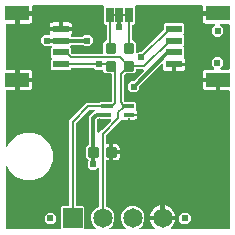
<source format=gbr>
G04 EAGLE Gerber RS-274X export*
G75*
%MOMM*%
%FSLAX34Y34*%
%LPD*%
%AMOC8*
5,1,8,0,0,1.08239X$1,22.5*%
G01*
%ADD10C,0.222250*%
%ADD11R,1.651000X1.651000*%
%ADD12C,1.651000*%
%ADD13R,1.350000X0.600000*%
%ADD14R,2.000000X1.200000*%
%ADD15R,0.635000X1.270000*%
%ADD16C,0.203200*%
%ADD17R,0.900000X0.350000*%
%ADD18R,1.000000X0.350000*%
%ADD19C,0.609600*%
%ADD20C,0.304800*%

G36*
X106209Y5215D02*
X106209Y5215D01*
X106261Y5214D01*
X106340Y5235D01*
X106421Y5248D01*
X106467Y5270D01*
X106517Y5284D01*
X106586Y5328D01*
X106660Y5363D01*
X106698Y5398D01*
X106741Y5426D01*
X106795Y5489D01*
X106854Y5545D01*
X106880Y5589D01*
X106913Y5629D01*
X106946Y5704D01*
X106986Y5775D01*
X106998Y5826D01*
X107018Y5873D01*
X107026Y5955D01*
X107044Y6035D01*
X107040Y6086D01*
X107045Y6138D01*
X107029Y6218D01*
X107023Y6300D01*
X107003Y6348D01*
X106993Y6398D01*
X106966Y6442D01*
X106924Y6547D01*
X106811Y6686D01*
X106786Y6724D01*
X104194Y9316D01*
X102666Y13004D01*
X102666Y16996D01*
X104194Y20684D01*
X107016Y23506D01*
X110704Y25034D01*
X114696Y25034D01*
X118384Y23506D01*
X121206Y20684D01*
X122734Y16996D01*
X122734Y13004D01*
X121206Y9316D01*
X118614Y6724D01*
X118583Y6683D01*
X118546Y6647D01*
X118505Y6576D01*
X118456Y6510D01*
X118439Y6461D01*
X118414Y6417D01*
X118396Y6337D01*
X118369Y6259D01*
X118367Y6207D01*
X118356Y6157D01*
X118362Y6075D01*
X118360Y5993D01*
X118373Y5944D01*
X118377Y5892D01*
X118408Y5816D01*
X118430Y5737D01*
X118457Y5693D01*
X118476Y5645D01*
X118528Y5582D01*
X118572Y5513D01*
X118611Y5479D01*
X118644Y5439D01*
X118712Y5394D01*
X118775Y5341D01*
X118822Y5320D01*
X118865Y5292D01*
X118916Y5280D01*
X119019Y5236D01*
X119198Y5218D01*
X119242Y5208D01*
X130480Y5208D01*
X130531Y5215D01*
X130583Y5214D01*
X130662Y5235D01*
X130743Y5248D01*
X130790Y5270D01*
X130839Y5284D01*
X130909Y5328D01*
X130983Y5363D01*
X131020Y5398D01*
X131064Y5426D01*
X131117Y5489D01*
X131177Y5545D01*
X131202Y5589D01*
X131236Y5629D01*
X131268Y5704D01*
X131309Y5775D01*
X131320Y5826D01*
X131340Y5873D01*
X131349Y5955D01*
X131367Y6035D01*
X131362Y6086D01*
X131368Y6138D01*
X131352Y6218D01*
X131345Y6300D01*
X131326Y6348D01*
X131316Y6398D01*
X131288Y6442D01*
X131246Y6547D01*
X131133Y6686D01*
X131108Y6724D01*
X129865Y7967D01*
X128867Y9342D01*
X128095Y10856D01*
X127570Y12472D01*
X127451Y13223D01*
X137211Y13223D01*
X137312Y13238D01*
X137415Y13246D01*
X137443Y13258D01*
X137474Y13263D01*
X137566Y13307D01*
X137661Y13345D01*
X137685Y13365D01*
X137713Y13378D01*
X137788Y13448D01*
X137868Y13513D01*
X137885Y13539D01*
X137907Y13560D01*
X137958Y13649D01*
X138015Y13734D01*
X138020Y13758D01*
X138039Y13790D01*
X138097Y14050D01*
X138094Y14088D01*
X138099Y14111D01*
X138099Y15001D01*
X138101Y15001D01*
X138101Y14111D01*
X138116Y14009D01*
X138125Y13907D01*
X138136Y13879D01*
X138141Y13848D01*
X138185Y13756D01*
X138224Y13660D01*
X138243Y13637D01*
X138256Y13609D01*
X138326Y13534D01*
X138391Y13454D01*
X138417Y13437D01*
X138438Y13415D01*
X138527Y13364D01*
X138612Y13307D01*
X138636Y13301D01*
X138669Y13283D01*
X138928Y13225D01*
X138966Y13228D01*
X138989Y13223D01*
X148749Y13223D01*
X148630Y12472D01*
X148105Y10856D01*
X147333Y9342D01*
X146335Y7967D01*
X145092Y6724D01*
X145061Y6683D01*
X145023Y6647D01*
X144982Y6576D01*
X144934Y6510D01*
X144917Y6461D01*
X144891Y6417D01*
X144873Y6337D01*
X144846Y6259D01*
X144845Y6207D01*
X144833Y6157D01*
X144840Y6075D01*
X144837Y5993D01*
X144851Y5944D01*
X144855Y5892D01*
X144886Y5816D01*
X144907Y5737D01*
X144935Y5693D01*
X144954Y5645D01*
X145006Y5582D01*
X145050Y5513D01*
X145089Y5479D01*
X145122Y5439D01*
X145190Y5394D01*
X145252Y5341D01*
X145300Y5320D01*
X145343Y5292D01*
X145393Y5280D01*
X145497Y5236D01*
X145675Y5218D01*
X145720Y5208D01*
X193904Y5208D01*
X194006Y5223D01*
X194108Y5231D01*
X194136Y5243D01*
X194167Y5248D01*
X194259Y5292D01*
X194355Y5330D01*
X194378Y5350D01*
X194406Y5363D01*
X194481Y5433D01*
X194561Y5498D01*
X194578Y5524D01*
X194600Y5545D01*
X194651Y5634D01*
X194708Y5719D01*
X194714Y5743D01*
X194732Y5775D01*
X194790Y6035D01*
X194787Y6073D01*
X194792Y6096D01*
X194792Y122571D01*
X194777Y122673D01*
X194769Y122775D01*
X194757Y122803D01*
X194752Y122834D01*
X194708Y122926D01*
X194670Y123022D01*
X194650Y123045D01*
X194637Y123073D01*
X194567Y123148D01*
X194502Y123228D01*
X194476Y123245D01*
X194455Y123267D01*
X194366Y123318D01*
X194281Y123375D01*
X194257Y123381D01*
X194225Y123399D01*
X193965Y123457D01*
X193927Y123454D01*
X193904Y123459D01*
X186527Y123459D01*
X186527Y131111D01*
X186512Y131212D01*
X186503Y131315D01*
X186492Y131343D01*
X186487Y131374D01*
X186443Y131466D01*
X186404Y131561D01*
X186385Y131585D01*
X186372Y131613D01*
X186302Y131688D01*
X186237Y131768D01*
X186211Y131785D01*
X186190Y131807D01*
X186101Y131858D01*
X186016Y131915D01*
X185992Y131920D01*
X185959Y131939D01*
X185700Y131997D01*
X185662Y131994D01*
X185639Y131999D01*
X184749Y131999D01*
X184749Y132889D01*
X184734Y132990D01*
X184725Y133093D01*
X184714Y133121D01*
X184709Y133152D01*
X184665Y133244D01*
X184626Y133339D01*
X184607Y133363D01*
X184594Y133391D01*
X184524Y133466D01*
X184459Y133546D01*
X184433Y133563D01*
X184412Y133585D01*
X184323Y133636D01*
X184238Y133693D01*
X184214Y133698D01*
X184181Y133717D01*
X183922Y133775D01*
X183884Y133772D01*
X183861Y133777D01*
X172209Y133777D01*
X172209Y138335D01*
X172382Y138981D01*
X172717Y139560D01*
X173190Y140033D01*
X173769Y140368D01*
X174415Y140541D01*
X180943Y140541D01*
X180994Y140548D01*
X181045Y140547D01*
X181125Y140568D01*
X181206Y140581D01*
X181252Y140603D01*
X181302Y140617D01*
X181371Y140661D01*
X181445Y140696D01*
X181483Y140731D01*
X181526Y140759D01*
X181579Y140822D01*
X181639Y140878D01*
X181665Y140922D01*
X181698Y140962D01*
X181731Y141037D01*
X181771Y141108D01*
X181782Y141159D01*
X181803Y141206D01*
X181811Y141288D01*
X181829Y141368D01*
X181825Y141419D01*
X181830Y141471D01*
X181814Y141551D01*
X181807Y141633D01*
X181788Y141681D01*
X181778Y141731D01*
X181750Y141775D01*
X181708Y141880D01*
X181595Y142019D01*
X181571Y142057D01*
X179577Y144051D01*
X179577Y148049D01*
X182405Y150877D01*
X186403Y150877D01*
X189231Y148049D01*
X189231Y144051D01*
X187237Y142057D01*
X187206Y142016D01*
X187169Y141980D01*
X187128Y141909D01*
X187079Y141843D01*
X187062Y141794D01*
X187037Y141750D01*
X187019Y141670D01*
X186992Y141592D01*
X186990Y141540D01*
X186979Y141490D01*
X186986Y141408D01*
X186983Y141326D01*
X186996Y141277D01*
X187001Y141225D01*
X187031Y141149D01*
X187053Y141070D01*
X187080Y141026D01*
X187100Y140978D01*
X187151Y140915D01*
X187195Y140846D01*
X187235Y140812D01*
X187267Y140772D01*
X187336Y140727D01*
X187398Y140674D01*
X187445Y140653D01*
X187488Y140625D01*
X187539Y140613D01*
X187642Y140569D01*
X187821Y140551D01*
X187865Y140541D01*
X193904Y140541D01*
X194006Y140556D01*
X194108Y140564D01*
X194136Y140576D01*
X194167Y140581D01*
X194259Y140625D01*
X194355Y140663D01*
X194378Y140683D01*
X194406Y140696D01*
X194481Y140766D01*
X194561Y140831D01*
X194578Y140857D01*
X194600Y140878D01*
X194651Y140967D01*
X194708Y141052D01*
X194714Y141076D01*
X194732Y141108D01*
X194790Y141368D01*
X194787Y141406D01*
X194792Y141429D01*
X194792Y178571D01*
X194777Y178673D01*
X194769Y178775D01*
X194757Y178803D01*
X194752Y178834D01*
X194708Y178926D01*
X194670Y179022D01*
X194650Y179045D01*
X194637Y179073D01*
X194567Y179148D01*
X194502Y179228D01*
X194476Y179245D01*
X194455Y179267D01*
X194366Y179318D01*
X194281Y179375D01*
X194257Y179381D01*
X194225Y179399D01*
X193965Y179457D01*
X193927Y179454D01*
X193904Y179459D01*
X187397Y179459D01*
X187346Y179452D01*
X187295Y179453D01*
X187215Y179432D01*
X187134Y179419D01*
X187088Y179397D01*
X187038Y179383D01*
X186969Y179339D01*
X186895Y179304D01*
X186857Y179269D01*
X186814Y179241D01*
X186761Y179178D01*
X186701Y179122D01*
X186675Y179078D01*
X186642Y179038D01*
X186609Y178963D01*
X186569Y178892D01*
X186558Y178841D01*
X186537Y178794D01*
X186529Y178712D01*
X186511Y178632D01*
X186515Y178581D01*
X186510Y178529D01*
X186526Y178449D01*
X186533Y178367D01*
X186552Y178319D01*
X186562Y178269D01*
X186590Y178225D01*
X186632Y178120D01*
X186745Y177981D01*
X186769Y177943D01*
X189485Y175227D01*
X189485Y171229D01*
X186657Y168401D01*
X182659Y168401D01*
X179831Y171229D01*
X179831Y175227D01*
X182547Y177943D01*
X182578Y177984D01*
X182615Y178020D01*
X182656Y178091D01*
X182705Y178157D01*
X182722Y178206D01*
X182747Y178250D01*
X182765Y178330D01*
X182792Y178408D01*
X182794Y178460D01*
X182805Y178510D01*
X182798Y178592D01*
X182801Y178674D01*
X182788Y178723D01*
X182783Y178775D01*
X182753Y178851D01*
X182731Y178930D01*
X182704Y178974D01*
X182684Y179022D01*
X182633Y179085D01*
X182589Y179154D01*
X182549Y179188D01*
X182517Y179228D01*
X182448Y179273D01*
X182386Y179326D01*
X182339Y179347D01*
X182296Y179375D01*
X182245Y179387D01*
X182142Y179431D01*
X181963Y179449D01*
X181919Y179459D01*
X174415Y179459D01*
X173769Y179632D01*
X173190Y179967D01*
X172717Y180440D01*
X172382Y181019D01*
X172209Y181665D01*
X172209Y186223D01*
X183861Y186223D01*
X183962Y186238D01*
X184065Y186247D01*
X184093Y186258D01*
X184124Y186263D01*
X184216Y186307D01*
X184311Y186346D01*
X184335Y186365D01*
X184363Y186378D01*
X184438Y186448D01*
X184518Y186513D01*
X184535Y186539D01*
X184557Y186560D01*
X184608Y186649D01*
X184665Y186734D01*
X184670Y186758D01*
X184689Y186790D01*
X184747Y187050D01*
X184744Y187088D01*
X184749Y187111D01*
X184749Y188889D01*
X184734Y188990D01*
X184725Y189093D01*
X184714Y189121D01*
X184709Y189152D01*
X184665Y189244D01*
X184626Y189339D01*
X184607Y189363D01*
X184594Y189391D01*
X184524Y189466D01*
X184459Y189546D01*
X184433Y189563D01*
X184412Y189585D01*
X184323Y189636D01*
X184238Y189693D01*
X184214Y189698D01*
X184181Y189717D01*
X183922Y189775D01*
X183884Y189772D01*
X183861Y189777D01*
X172209Y189777D01*
X172209Y193904D01*
X172194Y194006D01*
X172186Y194108D01*
X172174Y194136D01*
X172169Y194167D01*
X172125Y194259D01*
X172087Y194355D01*
X172067Y194378D01*
X172054Y194406D01*
X171984Y194481D01*
X171919Y194561D01*
X171893Y194578D01*
X171872Y194600D01*
X171783Y194651D01*
X171698Y194708D01*
X171674Y194714D01*
X171642Y194732D01*
X171382Y194790D01*
X171344Y194787D01*
X171321Y194792D01*
X115570Y194792D01*
X115468Y194777D01*
X115366Y194769D01*
X115338Y194757D01*
X115307Y194752D01*
X115215Y194708D01*
X115119Y194670D01*
X115096Y194650D01*
X115068Y194637D01*
X114993Y194567D01*
X114913Y194502D01*
X114896Y194476D01*
X114874Y194455D01*
X114823Y194366D01*
X114766Y194281D01*
X114760Y194257D01*
X114742Y194225D01*
X114684Y193965D01*
X114687Y193927D01*
X114682Y193904D01*
X114682Y179603D01*
X113640Y178561D01*
X113411Y178561D01*
X113309Y178546D01*
X113207Y178538D01*
X113179Y178526D01*
X113148Y178521D01*
X113056Y178477D01*
X112960Y178439D01*
X112937Y178419D01*
X112909Y178406D01*
X112834Y178336D01*
X112754Y178271D01*
X112737Y178245D01*
X112715Y178224D01*
X112664Y178135D01*
X112607Y178050D01*
X112601Y178026D01*
X112583Y177994D01*
X112525Y177734D01*
X112528Y177696D01*
X112523Y177673D01*
X112523Y165862D01*
X112538Y165760D01*
X112546Y165658D01*
X112558Y165630D01*
X112563Y165599D01*
X112607Y165507D01*
X112645Y165411D01*
X112665Y165388D01*
X112678Y165360D01*
X112748Y165285D01*
X112813Y165205D01*
X112839Y165188D01*
X112860Y165166D01*
X112949Y165115D01*
X113034Y165058D01*
X113058Y165052D01*
X113090Y165034D01*
X113350Y164976D01*
X113388Y164979D01*
X113411Y164974D01*
X113751Y164974D01*
X115444Y163281D01*
X115444Y155402D01*
X115451Y155351D01*
X115450Y155300D01*
X115471Y155220D01*
X115484Y155139D01*
X115506Y155093D01*
X115520Y155043D01*
X115564Y154974D01*
X115599Y154900D01*
X115634Y154862D01*
X115662Y154819D01*
X115725Y154766D01*
X115781Y154706D01*
X115825Y154680D01*
X115865Y154647D01*
X115940Y154614D01*
X116011Y154574D01*
X116062Y154563D01*
X116109Y154542D01*
X116191Y154534D01*
X116271Y154516D01*
X116322Y154520D01*
X116374Y154515D01*
X116454Y154531D01*
X116536Y154538D01*
X116584Y154557D01*
X116634Y154567D01*
X116678Y154595D01*
X116783Y154637D01*
X116922Y154750D01*
X116960Y154774D01*
X117889Y155703D01*
X120394Y155703D01*
X120415Y155706D01*
X120436Y155704D01*
X120546Y155726D01*
X120657Y155743D01*
X120676Y155752D01*
X120697Y155756D01*
X120735Y155780D01*
X120897Y155858D01*
X120979Y155935D01*
X121023Y155963D01*
X139211Y174151D01*
X139224Y174168D01*
X139240Y174182D01*
X139302Y174275D01*
X139369Y174365D01*
X139376Y174385D01*
X139387Y174403D01*
X139397Y174447D01*
X139456Y174616D01*
X139460Y174729D01*
X139471Y174780D01*
X139471Y178737D01*
X140513Y179779D01*
X155487Y179779D01*
X156529Y178737D01*
X156529Y171263D01*
X155894Y170628D01*
X155833Y170545D01*
X155766Y170467D01*
X155754Y170439D01*
X155736Y170414D01*
X155702Y170317D01*
X155662Y170223D01*
X155659Y170192D01*
X155649Y170163D01*
X155645Y170060D01*
X155634Y169958D01*
X155640Y169928D01*
X155639Y169897D01*
X155666Y169798D01*
X155686Y169698D01*
X155699Y169677D01*
X155709Y169641D01*
X155852Y169417D01*
X155881Y169392D01*
X155894Y169372D01*
X156529Y168737D01*
X156529Y161263D01*
X155894Y160628D01*
X155833Y160545D01*
X155766Y160467D01*
X155754Y160439D01*
X155736Y160414D01*
X155702Y160317D01*
X155662Y160223D01*
X155659Y160192D01*
X155649Y160163D01*
X155645Y160060D01*
X155634Y159958D01*
X155640Y159928D01*
X155639Y159897D01*
X155666Y159798D01*
X155686Y159698D01*
X155699Y159677D01*
X155709Y159641D01*
X155852Y159417D01*
X155881Y159392D01*
X155894Y159372D01*
X156529Y158737D01*
X156529Y151263D01*
X156432Y151167D01*
X156371Y151084D01*
X156305Y151006D01*
X156293Y150978D01*
X156275Y150953D01*
X156241Y150856D01*
X156201Y150762D01*
X156197Y150731D01*
X156187Y150702D01*
X156184Y150599D01*
X156173Y150497D01*
X156179Y150467D01*
X156178Y150436D01*
X156205Y150337D01*
X156225Y150236D01*
X156238Y150216D01*
X156248Y150180D01*
X156391Y149955D01*
X156420Y149931D01*
X156432Y149911D01*
X156783Y149560D01*
X157118Y148981D01*
X157291Y148335D01*
X157291Y146499D01*
X148611Y146499D01*
X148510Y146484D01*
X148407Y146476D01*
X148379Y146464D01*
X148348Y146459D01*
X148256Y146415D01*
X148161Y146377D01*
X148137Y146357D01*
X148109Y146344D01*
X148034Y146274D01*
X147954Y146209D01*
X147937Y146183D01*
X147915Y146162D01*
X147864Y146073D01*
X147807Y145988D01*
X147802Y145964D01*
X147783Y145932D01*
X147725Y145672D01*
X147728Y145634D01*
X147723Y145611D01*
X147723Y145277D01*
X147389Y145277D01*
X147287Y145262D01*
X147185Y145253D01*
X147157Y145242D01*
X147126Y145237D01*
X147034Y145193D01*
X146938Y145154D01*
X146915Y145135D01*
X146887Y145122D01*
X146812Y145051D01*
X146732Y144987D01*
X146715Y144961D01*
X146693Y144940D01*
X146642Y144851D01*
X146585Y144766D01*
X146579Y144742D01*
X146561Y144709D01*
X146503Y144450D01*
X146506Y144412D01*
X146501Y144389D01*
X146501Y139459D01*
X140915Y139459D01*
X140269Y139632D01*
X139690Y139967D01*
X139217Y140440D01*
X138882Y141019D01*
X138709Y141665D01*
X138709Y144340D01*
X138702Y144391D01*
X138703Y144443D01*
X138682Y144522D01*
X138669Y144603D01*
X138647Y144649D01*
X138633Y144699D01*
X138589Y144768D01*
X138554Y144842D01*
X138519Y144880D01*
X138491Y144923D01*
X138428Y144977D01*
X138372Y145037D01*
X138328Y145062D01*
X138288Y145096D01*
X138213Y145128D01*
X138142Y145168D01*
X138091Y145180D01*
X138044Y145200D01*
X137962Y145208D01*
X137882Y145226D01*
X137831Y145222D01*
X137779Y145227D01*
X137699Y145211D01*
X137617Y145205D01*
X137569Y145185D01*
X137519Y145175D01*
X137475Y145148D01*
X137370Y145106D01*
X137231Y144993D01*
X137193Y144968D01*
X118625Y126400D01*
X118612Y126383D01*
X118596Y126370D01*
X118534Y126276D01*
X118467Y126186D01*
X118460Y126166D01*
X118449Y126149D01*
X118439Y126104D01*
X118380Y125935D01*
X118376Y125822D01*
X118365Y125772D01*
X118365Y123985D01*
X115537Y121157D01*
X111539Y121157D01*
X108711Y123985D01*
X108711Y127983D01*
X111539Y130811D01*
X113326Y130811D01*
X113347Y130814D01*
X113368Y130812D01*
X113478Y130834D01*
X113589Y130851D01*
X113608Y130860D01*
X113628Y130864D01*
X113667Y130888D01*
X113828Y130966D01*
X113911Y131043D01*
X113954Y131071D01*
X122082Y139199D01*
X122113Y139240D01*
X122151Y139276D01*
X122191Y139347D01*
X122240Y139413D01*
X122257Y139462D01*
X122282Y139506D01*
X122300Y139586D01*
X122327Y139664D01*
X122329Y139716D01*
X122340Y139766D01*
X122334Y139848D01*
X122336Y139930D01*
X122323Y139979D01*
X122319Y140031D01*
X122288Y140107D01*
X122267Y140186D01*
X122239Y140230D01*
X122220Y140278D01*
X122168Y140341D01*
X122124Y140410D01*
X122085Y140444D01*
X122052Y140484D01*
X121984Y140529D01*
X121921Y140582D01*
X121874Y140603D01*
X121831Y140631D01*
X121781Y140643D01*
X121677Y140687D01*
X121499Y140705D01*
X121454Y140715D01*
X116332Y140715D01*
X116230Y140700D01*
X116128Y140692D01*
X116100Y140680D01*
X116069Y140675D01*
X115977Y140631D01*
X115881Y140593D01*
X115858Y140573D01*
X115830Y140560D01*
X115755Y140490D01*
X115675Y140425D01*
X115658Y140399D01*
X115636Y140378D01*
X115585Y140289D01*
X115528Y140204D01*
X115522Y140180D01*
X115504Y140148D01*
X115446Y139888D01*
X115449Y139850D01*
X115444Y139827D01*
X115444Y138979D01*
X113751Y137286D01*
X107317Y137286D01*
X107296Y137283D01*
X107275Y137285D01*
X107165Y137263D01*
X107054Y137246D01*
X107035Y137237D01*
X107014Y137233D01*
X106976Y137209D01*
X106814Y137131D01*
X106732Y137054D01*
X106688Y137026D01*
X105671Y136009D01*
X105658Y135992D01*
X105642Y135978D01*
X105580Y135885D01*
X105513Y135795D01*
X105506Y135775D01*
X105495Y135757D01*
X105485Y135713D01*
X105426Y135544D01*
X105422Y135431D01*
X105411Y135380D01*
X105411Y114302D01*
X105414Y114281D01*
X105412Y114260D01*
X105434Y114150D01*
X105451Y114039D01*
X105460Y114020D01*
X105464Y113999D01*
X105488Y113961D01*
X105566Y113799D01*
X105643Y113717D01*
X105671Y113673D01*
X106125Y113219D01*
X106142Y113207D01*
X106156Y113190D01*
X106249Y113128D01*
X106339Y113061D01*
X106359Y113054D01*
X106377Y113043D01*
X106421Y113033D01*
X106590Y112974D01*
X106703Y112970D01*
X106754Y112959D01*
X114737Y112959D01*
X115779Y111917D01*
X115779Y106888D01*
X115775Y106883D01*
X115756Y106830D01*
X115733Y106789D01*
X115722Y106742D01*
X115701Y106691D01*
X115697Y106661D01*
X115687Y106632D01*
X115685Y106576D01*
X115675Y106529D01*
X115679Y106481D01*
X115673Y106427D01*
X115679Y106397D01*
X115678Y106366D01*
X115693Y106313D01*
X115697Y106264D01*
X115715Y106219D01*
X115725Y106166D01*
X115738Y106146D01*
X115748Y106110D01*
X115777Y106065D01*
X115796Y106018D01*
X115846Y105955D01*
X115891Y105885D01*
X115920Y105861D01*
X115932Y105841D01*
X116033Y105740D01*
X116368Y105161D01*
X116541Y104515D01*
X116541Y103318D01*
X109500Y103318D01*
X109399Y103303D01*
X109296Y103295D01*
X109268Y103283D01*
X109238Y103279D01*
X109145Y103234D01*
X109050Y103196D01*
X109026Y103176D01*
X108998Y103163D01*
X108923Y103093D01*
X108843Y103028D01*
X108826Y103002D01*
X108804Y102981D01*
X108753Y102893D01*
X108696Y102807D01*
X108691Y102784D01*
X108672Y102751D01*
X108614Y102491D01*
X108617Y102453D01*
X108612Y102430D01*
X108627Y102328D01*
X108636Y102226D01*
X108647Y102197D01*
X108652Y102167D01*
X108697Y102075D01*
X108735Y101979D01*
X108754Y101955D01*
X108768Y101928D01*
X108838Y101853D01*
X108902Y101773D01*
X108928Y101756D01*
X108949Y101733D01*
X109038Y101683D01*
X109124Y101625D01*
X109147Y101620D01*
X109180Y101601D01*
X109439Y101544D01*
X109477Y101547D01*
X109500Y101542D01*
X116541Y101542D01*
X116541Y100345D01*
X116368Y99699D01*
X116033Y99120D01*
X115560Y98647D01*
X114981Y98312D01*
X114335Y98139D01*
X110388Y98139D01*
X110388Y98678D01*
X110373Y98780D01*
X110365Y98882D01*
X110353Y98911D01*
X110349Y98941D01*
X110304Y99033D01*
X110266Y99129D01*
X110246Y99153D01*
X110233Y99180D01*
X110163Y99255D01*
X110098Y99335D01*
X110072Y99352D01*
X110051Y99375D01*
X109963Y99426D01*
X109877Y99483D01*
X109854Y99488D01*
X109821Y99507D01*
X109561Y99564D01*
X109523Y99561D01*
X109500Y99567D01*
X109398Y99551D01*
X109296Y99543D01*
X109267Y99531D01*
X109237Y99527D01*
X109145Y99482D01*
X109049Y99444D01*
X109025Y99424D01*
X108998Y99411D01*
X108923Y99341D01*
X108843Y99276D01*
X108826Y99251D01*
X108803Y99230D01*
X108753Y99141D01*
X108695Y99055D01*
X108690Y99032D01*
X108671Y98999D01*
X108614Y98739D01*
X108617Y98702D01*
X108612Y98678D01*
X108612Y98139D01*
X104665Y98139D01*
X103932Y98336D01*
X103928Y98336D01*
X103925Y98338D01*
X103796Y98351D01*
X103668Y98365D01*
X103664Y98365D01*
X103661Y98365D01*
X103533Y98340D01*
X103407Y98316D01*
X103404Y98314D01*
X103400Y98313D01*
X103388Y98305D01*
X103172Y98191D01*
X103112Y98130D01*
X103074Y98106D01*
X101482Y96513D01*
X101481Y96513D01*
X90355Y85387D01*
X90342Y85370D01*
X90326Y85356D01*
X90264Y85263D01*
X90197Y85173D01*
X90190Y85153D01*
X90179Y85135D01*
X90169Y85091D01*
X90110Y84922D01*
X90106Y84809D01*
X90095Y84758D01*
X90095Y78486D01*
X90110Y78384D01*
X90118Y78282D01*
X90130Y78254D01*
X90135Y78223D01*
X90179Y78131D01*
X90217Y78035D01*
X90237Y78012D01*
X90250Y77984D01*
X90320Y77909D01*
X90385Y77829D01*
X90411Y77812D01*
X90432Y77790D01*
X90521Y77739D01*
X90606Y77682D01*
X90630Y77676D01*
X90662Y77658D01*
X90922Y77600D01*
X90960Y77603D01*
X90983Y77598D01*
X92965Y77598D01*
X92965Y71501D01*
X92980Y71400D01*
X92989Y71297D01*
X93000Y71269D01*
X93005Y71238D01*
X93049Y71146D01*
X93088Y71051D01*
X93107Y71027D01*
X93120Y70999D01*
X93190Y70924D01*
X93255Y70844D01*
X93281Y70827D01*
X93302Y70805D01*
X93391Y70754D01*
X93476Y70697D01*
X93500Y70692D01*
X93532Y70673D01*
X93792Y70615D01*
X93830Y70618D01*
X93853Y70613D01*
X94743Y70613D01*
X94743Y70611D01*
X93853Y70611D01*
X93752Y70596D01*
X93649Y70587D01*
X93621Y70576D01*
X93590Y70571D01*
X93498Y70527D01*
X93403Y70488D01*
X93379Y70469D01*
X93351Y70456D01*
X93276Y70386D01*
X93196Y70321D01*
X93179Y70295D01*
X93157Y70274D01*
X93106Y70185D01*
X93049Y70100D01*
X93043Y70076D01*
X93025Y70043D01*
X92967Y69784D01*
X92970Y69746D01*
X92965Y69723D01*
X92965Y63626D01*
X90983Y63626D01*
X90881Y63611D01*
X90779Y63603D01*
X90751Y63591D01*
X90720Y63586D01*
X90628Y63542D01*
X90532Y63504D01*
X90509Y63484D01*
X90481Y63471D01*
X90406Y63401D01*
X90326Y63336D01*
X90309Y63310D01*
X90287Y63289D01*
X90236Y63200D01*
X90179Y63115D01*
X90173Y63091D01*
X90155Y63059D01*
X90097Y62799D01*
X90100Y62761D01*
X90095Y62738D01*
X90095Y25296D01*
X90104Y25235D01*
X90103Y25173D01*
X90124Y25104D01*
X90135Y25034D01*
X90162Y24978D01*
X90179Y24918D01*
X90219Y24859D01*
X90250Y24794D01*
X90293Y24749D01*
X90327Y24697D01*
X90366Y24670D01*
X90432Y24600D01*
X90618Y24494D01*
X90643Y24476D01*
X92984Y23506D01*
X95806Y20684D01*
X97334Y16996D01*
X97334Y13004D01*
X95806Y9316D01*
X93214Y6724D01*
X93183Y6683D01*
X93146Y6647D01*
X93105Y6576D01*
X93056Y6510D01*
X93039Y6461D01*
X93014Y6417D01*
X92996Y6337D01*
X92969Y6259D01*
X92967Y6207D01*
X92956Y6157D01*
X92962Y6075D01*
X92960Y5993D01*
X92973Y5944D01*
X92977Y5892D01*
X93008Y5816D01*
X93030Y5737D01*
X93057Y5693D01*
X93076Y5645D01*
X93128Y5582D01*
X93172Y5513D01*
X93211Y5479D01*
X93244Y5439D01*
X93312Y5394D01*
X93375Y5341D01*
X93422Y5320D01*
X93465Y5292D01*
X93516Y5280D01*
X93619Y5236D01*
X93798Y5218D01*
X93842Y5208D01*
X106158Y5208D01*
X106209Y5215D01*
G37*
G36*
X51080Y5223D02*
X51080Y5223D01*
X51182Y5231D01*
X51210Y5243D01*
X51241Y5248D01*
X51333Y5292D01*
X51429Y5330D01*
X51452Y5350D01*
X51480Y5363D01*
X51555Y5433D01*
X51635Y5498D01*
X51652Y5524D01*
X51674Y5545D01*
X51725Y5634D01*
X51782Y5719D01*
X51788Y5743D01*
X51806Y5775D01*
X51864Y6035D01*
X51861Y6073D01*
X51866Y6096D01*
X51866Y23992D01*
X52908Y25034D01*
X58217Y25034D01*
X58319Y25049D01*
X58421Y25057D01*
X58449Y25069D01*
X58480Y25074D01*
X58572Y25118D01*
X58668Y25156D01*
X58691Y25176D01*
X58719Y25189D01*
X58794Y25259D01*
X58874Y25324D01*
X58891Y25350D01*
X58913Y25371D01*
X58964Y25460D01*
X59021Y25545D01*
X59027Y25569D01*
X59045Y25601D01*
X59103Y25861D01*
X59100Y25899D01*
X59105Y25922D01*
X59105Y97602D01*
X73728Y112225D01*
X84161Y112225D01*
X84182Y112228D01*
X84203Y112226D01*
X84313Y112248D01*
X84424Y112265D01*
X84443Y112274D01*
X84464Y112278D01*
X84502Y112302D01*
X84663Y112380D01*
X84746Y112457D01*
X84789Y112485D01*
X85263Y112959D01*
X94107Y112959D01*
X94209Y112974D01*
X94311Y112982D01*
X94339Y112994D01*
X94370Y112999D01*
X94462Y113043D01*
X94558Y113081D01*
X94581Y113101D01*
X94609Y113114D01*
X94684Y113184D01*
X94764Y113249D01*
X94781Y113275D01*
X94803Y113296D01*
X94854Y113385D01*
X94911Y113470D01*
X94917Y113494D01*
X94935Y113526D01*
X94993Y113786D01*
X94990Y113824D01*
X94995Y113847D01*
X94995Y136398D01*
X94980Y136500D01*
X94972Y136602D01*
X94960Y136630D01*
X94955Y136661D01*
X94911Y136753D01*
X94873Y136849D01*
X94853Y136872D01*
X94840Y136900D01*
X94770Y136975D01*
X94705Y137055D01*
X94679Y137072D01*
X94658Y137094D01*
X94569Y137145D01*
X94484Y137202D01*
X94460Y137208D01*
X94428Y137226D01*
X94168Y137284D01*
X94130Y137281D01*
X94107Y137286D01*
X89449Y137286D01*
X87756Y138979D01*
X87756Y139619D01*
X87749Y139670D01*
X87750Y139721D01*
X87729Y139801D01*
X87716Y139882D01*
X87694Y139928D01*
X87680Y139978D01*
X87636Y140047D01*
X87601Y140121D01*
X87565Y140159D01*
X87538Y140202D01*
X87475Y140255D01*
X87419Y140315D01*
X87374Y140341D01*
X87335Y140374D01*
X87260Y140407D01*
X87189Y140447D01*
X87138Y140458D01*
X87091Y140479D01*
X87009Y140487D01*
X86929Y140505D01*
X86878Y140501D01*
X86826Y140506D01*
X86746Y140490D01*
X86664Y140483D01*
X86616Y140464D01*
X86566Y140454D01*
X86522Y140426D01*
X86417Y140384D01*
X86278Y140271D01*
X86240Y140247D01*
X86073Y140080D01*
X82075Y140080D01*
X80210Y141945D01*
X80193Y141958D01*
X80180Y141974D01*
X80086Y142036D01*
X79996Y142103D01*
X79976Y142110D01*
X79959Y142121D01*
X79914Y142131D01*
X79745Y142190D01*
X79632Y142194D01*
X79582Y142205D01*
X61417Y142205D01*
X61315Y142190D01*
X61213Y142182D01*
X61185Y142170D01*
X61154Y142165D01*
X61062Y142121D01*
X60966Y142083D01*
X60943Y142063D01*
X60915Y142050D01*
X60840Y141980D01*
X60760Y141915D01*
X60743Y141889D01*
X60721Y141868D01*
X60670Y141779D01*
X60613Y141694D01*
X60607Y141670D01*
X60589Y141638D01*
X60531Y141378D01*
X60534Y141340D01*
X60529Y141317D01*
X60529Y141263D01*
X59487Y140221D01*
X44513Y140221D01*
X43471Y141263D01*
X43471Y148737D01*
X44106Y149372D01*
X44136Y149412D01*
X44167Y149441D01*
X44191Y149482D01*
X44234Y149533D01*
X44246Y149561D01*
X44264Y149586D01*
X44286Y149649D01*
X44299Y149672D01*
X44306Y149701D01*
X44338Y149777D01*
X44341Y149808D01*
X44351Y149837D01*
X44354Y149920D01*
X44357Y149931D01*
X44356Y149946D01*
X44366Y150042D01*
X44360Y150072D01*
X44361Y150103D01*
X44335Y150195D01*
X44335Y150196D01*
X44335Y150198D01*
X44334Y150202D01*
X44314Y150302D01*
X44301Y150323D01*
X44291Y150359D01*
X44148Y150583D01*
X44119Y150608D01*
X44106Y150628D01*
X43471Y151263D01*
X43471Y158737D01*
X44106Y159372D01*
X44167Y159455D01*
X44234Y159533D01*
X44246Y159561D01*
X44264Y159586D01*
X44298Y159683D01*
X44338Y159777D01*
X44341Y159808D01*
X44351Y159837D01*
X44355Y159939D01*
X44366Y160042D01*
X44360Y160072D01*
X44361Y160103D01*
X44334Y160202D01*
X44314Y160302D01*
X44301Y160323D01*
X44291Y160359D01*
X44148Y160583D01*
X44119Y160608D01*
X44106Y160628D01*
X44051Y160683D01*
X43969Y160744D01*
X43890Y160811D01*
X43862Y160823D01*
X43837Y160841D01*
X43740Y160875D01*
X43646Y160915D01*
X43615Y160918D01*
X43586Y160928D01*
X43484Y160932D01*
X43382Y160942D01*
X43351Y160936D01*
X43321Y160937D01*
X43222Y160910D01*
X43121Y160890D01*
X43101Y160877D01*
X43064Y160868D01*
X42840Y160725D01*
X42815Y160696D01*
X42795Y160683D01*
X42385Y160273D01*
X38387Y160273D01*
X35559Y163101D01*
X35559Y167099D01*
X38387Y169927D01*
X42018Y169927D01*
X42102Y169940D01*
X42188Y169943D01*
X42233Y169959D01*
X42280Y169967D01*
X42358Y170004D01*
X42438Y170033D01*
X42477Y170061D01*
X42520Y170082D01*
X42582Y170141D01*
X42651Y170192D01*
X42679Y170231D01*
X42714Y170264D01*
X42757Y170338D01*
X42807Y170407D01*
X42822Y170453D01*
X42846Y170494D01*
X42865Y170578D01*
X42892Y170659D01*
X42891Y170695D01*
X42904Y170754D01*
X42882Y171019D01*
X42876Y171034D01*
X42876Y171045D01*
X42709Y171665D01*
X42709Y173501D01*
X51389Y173501D01*
X51490Y173516D01*
X51593Y173524D01*
X51621Y173536D01*
X51652Y173540D01*
X51744Y173585D01*
X51839Y173623D01*
X51863Y173643D01*
X51891Y173656D01*
X51966Y173726D01*
X51997Y173752D01*
X52013Y173732D01*
X52039Y173715D01*
X52060Y173693D01*
X52149Y173642D01*
X52234Y173585D01*
X52258Y173579D01*
X52291Y173561D01*
X52550Y173503D01*
X52588Y173506D01*
X52611Y173501D01*
X61291Y173501D01*
X61291Y171665D01*
X61118Y171019D01*
X60783Y170440D01*
X60432Y170089D01*
X60372Y170007D01*
X60305Y169928D01*
X60293Y169900D01*
X60275Y169875D01*
X60241Y169779D01*
X60201Y169684D01*
X60197Y169653D01*
X60187Y169624D01*
X60184Y169522D01*
X60173Y169420D01*
X60179Y169389D01*
X60178Y169359D01*
X60205Y169260D01*
X60225Y169159D01*
X60238Y169139D01*
X60248Y169102D01*
X60391Y168878D01*
X60420Y168853D01*
X60432Y168833D01*
X60703Y168563D01*
X60720Y168550D01*
X60733Y168534D01*
X60826Y168472D01*
X60917Y168405D01*
X60936Y168398D01*
X60954Y168387D01*
X60998Y168377D01*
X61168Y168318D01*
X61280Y168314D01*
X61331Y168303D01*
X70177Y168303D01*
X70197Y168306D01*
X70218Y168304D01*
X70329Y168326D01*
X70440Y168343D01*
X70458Y168352D01*
X70479Y168356D01*
X70518Y168380D01*
X70679Y168458D01*
X70761Y168535D01*
X70805Y168563D01*
X72169Y169927D01*
X76167Y169927D01*
X78995Y167099D01*
X78995Y163101D01*
X76167Y160273D01*
X72169Y160273D01*
X71005Y161437D01*
X70988Y161450D01*
X70975Y161466D01*
X70881Y161528D01*
X70791Y161595D01*
X70771Y161602D01*
X70754Y161613D01*
X70709Y161623D01*
X70540Y161682D01*
X70427Y161686D01*
X70377Y161697D01*
X61331Y161697D01*
X61310Y161694D01*
X61289Y161696D01*
X61179Y161674D01*
X61068Y161657D01*
X61049Y161648D01*
X61028Y161644D01*
X60990Y161620D01*
X60829Y161542D01*
X60746Y161465D01*
X60703Y161437D01*
X59894Y160628D01*
X59833Y160546D01*
X59766Y160467D01*
X59754Y160439D01*
X59736Y160414D01*
X59702Y160317D01*
X59662Y160223D01*
X59659Y160192D01*
X59649Y160163D01*
X59645Y160061D01*
X59634Y159958D01*
X59640Y159928D01*
X59639Y159897D01*
X59666Y159798D01*
X59686Y159698D01*
X59699Y159678D01*
X59709Y159641D01*
X59852Y159417D01*
X59881Y159392D01*
X59894Y159372D01*
X60529Y158737D01*
X60529Y155120D01*
X60532Y155099D01*
X60530Y155078D01*
X60552Y154968D01*
X60569Y154857D01*
X60578Y154838D01*
X60582Y154817D01*
X60606Y154779D01*
X60684Y154617D01*
X60761Y154535D01*
X60789Y154491D01*
X61476Y153804D01*
X61493Y153792D01*
X61505Y153777D01*
X61506Y153776D01*
X61507Y153775D01*
X61600Y153713D01*
X61690Y153646D01*
X61710Y153639D01*
X61728Y153628D01*
X61772Y153618D01*
X61941Y153559D01*
X62054Y153555D01*
X62105Y153544D01*
X86868Y153544D01*
X86970Y153559D01*
X87072Y153567D01*
X87100Y153579D01*
X87131Y153584D01*
X87223Y153628D01*
X87319Y153666D01*
X87342Y153686D01*
X87370Y153699D01*
X87445Y153769D01*
X87525Y153834D01*
X87542Y153860D01*
X87564Y153881D01*
X87615Y153970D01*
X87672Y154055D01*
X87678Y154079D01*
X87696Y154111D01*
X87754Y154371D01*
X87754Y154372D01*
X87754Y154373D01*
X87751Y154409D01*
X87756Y154432D01*
X87756Y163281D01*
X89449Y164974D01*
X89789Y164974D01*
X89891Y164989D01*
X89993Y164997D01*
X90021Y165009D01*
X90052Y165014D01*
X90144Y165058D01*
X90240Y165096D01*
X90263Y165116D01*
X90291Y165129D01*
X90366Y165199D01*
X90446Y165264D01*
X90463Y165290D01*
X90485Y165311D01*
X90536Y165400D01*
X90593Y165485D01*
X90599Y165509D01*
X90617Y165541D01*
X90675Y165801D01*
X90672Y165839D01*
X90677Y165862D01*
X90677Y177673D01*
X90662Y177775D01*
X90654Y177877D01*
X90642Y177905D01*
X90637Y177936D01*
X90593Y178028D01*
X90555Y178124D01*
X90535Y178147D01*
X90522Y178175D01*
X90452Y178250D01*
X90387Y178330D01*
X90361Y178347D01*
X90340Y178369D01*
X90251Y178420D01*
X90166Y178477D01*
X90142Y178483D01*
X90110Y178501D01*
X89850Y178559D01*
X89812Y178556D01*
X89789Y178561D01*
X89560Y178561D01*
X88518Y179603D01*
X88518Y193904D01*
X88503Y194006D01*
X88495Y194108D01*
X88483Y194136D01*
X88478Y194167D01*
X88434Y194259D01*
X88396Y194355D01*
X88376Y194378D01*
X88363Y194406D01*
X88293Y194481D01*
X88228Y194561D01*
X88202Y194578D01*
X88181Y194600D01*
X88092Y194651D01*
X88007Y194708D01*
X87983Y194714D01*
X87951Y194732D01*
X87691Y194790D01*
X87653Y194787D01*
X87630Y194792D01*
X28679Y194792D01*
X28577Y194777D01*
X28475Y194769D01*
X28447Y194757D01*
X28416Y194752D01*
X28324Y194708D01*
X28228Y194670D01*
X28205Y194650D01*
X28177Y194637D01*
X28102Y194567D01*
X28022Y194502D01*
X28005Y194476D01*
X27983Y194455D01*
X27932Y194366D01*
X27875Y194281D01*
X27869Y194257D01*
X27851Y194225D01*
X27793Y193965D01*
X27796Y193927D01*
X27791Y193904D01*
X27791Y189777D01*
X16139Y189777D01*
X16038Y189762D01*
X15935Y189753D01*
X15907Y189742D01*
X15876Y189737D01*
X15784Y189693D01*
X15689Y189654D01*
X15665Y189635D01*
X15637Y189622D01*
X15562Y189552D01*
X15482Y189487D01*
X15465Y189461D01*
X15443Y189440D01*
X15392Y189351D01*
X15335Y189266D01*
X15330Y189242D01*
X15311Y189209D01*
X15253Y188950D01*
X15256Y188912D01*
X15251Y188889D01*
X15251Y187999D01*
X14361Y187999D01*
X14260Y187984D01*
X14157Y187975D01*
X14129Y187964D01*
X14098Y187959D01*
X14006Y187915D01*
X13911Y187876D01*
X13887Y187857D01*
X13859Y187844D01*
X13784Y187774D01*
X13704Y187709D01*
X13687Y187683D01*
X13665Y187662D01*
X13614Y187573D01*
X13557Y187488D01*
X13551Y187464D01*
X13533Y187431D01*
X13475Y187172D01*
X13478Y187134D01*
X13473Y187111D01*
X13473Y179459D01*
X6096Y179459D01*
X5994Y179444D01*
X5892Y179436D01*
X5864Y179424D01*
X5833Y179419D01*
X5741Y179375D01*
X5645Y179337D01*
X5622Y179317D01*
X5594Y179304D01*
X5519Y179234D01*
X5439Y179169D01*
X5422Y179143D01*
X5400Y179122D01*
X5349Y179033D01*
X5292Y178948D01*
X5286Y178924D01*
X5268Y178892D01*
X5210Y178632D01*
X5213Y178594D01*
X5208Y178571D01*
X5208Y141429D01*
X5223Y141327D01*
X5231Y141225D01*
X5243Y141197D01*
X5248Y141166D01*
X5292Y141074D01*
X5330Y140978D01*
X5350Y140955D01*
X5363Y140927D01*
X5433Y140852D01*
X5498Y140772D01*
X5524Y140755D01*
X5545Y140733D01*
X5634Y140682D01*
X5719Y140625D01*
X5743Y140619D01*
X5775Y140601D01*
X6035Y140543D01*
X6073Y140546D01*
X6096Y140541D01*
X13473Y140541D01*
X13473Y132889D01*
X13488Y132788D01*
X13497Y132685D01*
X13508Y132657D01*
X13513Y132626D01*
X13557Y132534D01*
X13596Y132439D01*
X13615Y132415D01*
X13628Y132387D01*
X13698Y132312D01*
X13763Y132232D01*
X13789Y132215D01*
X13810Y132193D01*
X13899Y132142D01*
X13984Y132085D01*
X14008Y132080D01*
X14040Y132061D01*
X14300Y132003D01*
X14338Y132006D01*
X14361Y132001D01*
X15251Y132001D01*
X15251Y131999D01*
X14361Y131999D01*
X14260Y131984D01*
X14157Y131975D01*
X14129Y131964D01*
X14098Y131959D01*
X14006Y131915D01*
X13911Y131876D01*
X13887Y131857D01*
X13859Y131844D01*
X13784Y131774D01*
X13704Y131709D01*
X13687Y131683D01*
X13665Y131662D01*
X13614Y131573D01*
X13557Y131488D01*
X13551Y131464D01*
X13533Y131431D01*
X13475Y131172D01*
X13478Y131134D01*
X13473Y131111D01*
X13473Y123459D01*
X6096Y123459D01*
X5994Y123444D01*
X5892Y123436D01*
X5864Y123424D01*
X5833Y123419D01*
X5741Y123375D01*
X5645Y123337D01*
X5622Y123317D01*
X5594Y123304D01*
X5519Y123234D01*
X5439Y123169D01*
X5422Y123143D01*
X5400Y123122D01*
X5349Y123033D01*
X5292Y122948D01*
X5286Y122924D01*
X5268Y122892D01*
X5210Y122632D01*
X5213Y122594D01*
X5208Y122571D01*
X5208Y76156D01*
X5222Y76065D01*
X5227Y75973D01*
X5241Y75934D01*
X5248Y75893D01*
X5288Y75810D01*
X5320Y75724D01*
X5345Y75691D01*
X5363Y75654D01*
X5426Y75586D01*
X5483Y75514D01*
X5516Y75490D01*
X5545Y75460D01*
X5625Y75414D01*
X5700Y75361D01*
X5740Y75348D01*
X5775Y75328D01*
X5865Y75308D01*
X5953Y75279D01*
X5995Y75279D01*
X6035Y75270D01*
X6127Y75278D01*
X6219Y75277D01*
X6259Y75288D01*
X6300Y75292D01*
X6385Y75326D01*
X6474Y75352D01*
X6508Y75375D01*
X6547Y75391D01*
X6618Y75449D01*
X6695Y75500D01*
X6713Y75526D01*
X6753Y75558D01*
X6900Y75779D01*
X6905Y75799D01*
X6917Y75816D01*
X7976Y78375D01*
X13625Y84024D01*
X21006Y87081D01*
X28994Y87081D01*
X36375Y84024D01*
X42024Y78375D01*
X45081Y70994D01*
X45081Y63006D01*
X42024Y55625D01*
X36375Y49976D01*
X28994Y46919D01*
X21006Y46919D01*
X13625Y49976D01*
X7976Y55625D01*
X6917Y58184D01*
X6869Y58263D01*
X6829Y58346D01*
X6801Y58376D01*
X6779Y58411D01*
X6710Y58473D01*
X6647Y58540D01*
X6611Y58561D01*
X6581Y58588D01*
X6497Y58626D01*
X6417Y58672D01*
X6376Y58681D01*
X6339Y58698D01*
X6247Y58710D01*
X6157Y58730D01*
X6116Y58727D01*
X6075Y58732D01*
X5984Y58716D01*
X5892Y58708D01*
X5854Y58693D01*
X5813Y58686D01*
X5731Y58644D01*
X5645Y58609D01*
X5613Y58583D01*
X5577Y58565D01*
X5511Y58500D01*
X5439Y58442D01*
X5416Y58407D01*
X5387Y58379D01*
X5343Y58297D01*
X5292Y58221D01*
X5285Y58190D01*
X5260Y58145D01*
X5209Y57884D01*
X5212Y57864D01*
X5208Y57844D01*
X5208Y6096D01*
X5223Y5994D01*
X5231Y5892D01*
X5243Y5864D01*
X5248Y5833D01*
X5292Y5741D01*
X5330Y5645D01*
X5350Y5622D01*
X5363Y5594D01*
X5433Y5519D01*
X5498Y5439D01*
X5524Y5422D01*
X5545Y5400D01*
X5634Y5349D01*
X5719Y5292D01*
X5743Y5286D01*
X5775Y5268D01*
X6035Y5210D01*
X6073Y5213D01*
X6096Y5208D01*
X50978Y5208D01*
X51080Y5223D01*
G37*
G36*
X80809Y5215D02*
X80809Y5215D01*
X80861Y5214D01*
X80940Y5235D01*
X81021Y5248D01*
X81067Y5270D01*
X81117Y5284D01*
X81186Y5328D01*
X81260Y5363D01*
X81298Y5398D01*
X81341Y5426D01*
X81395Y5489D01*
X81454Y5545D01*
X81480Y5589D01*
X81513Y5629D01*
X81546Y5704D01*
X81586Y5775D01*
X81598Y5826D01*
X81618Y5873D01*
X81626Y5955D01*
X81644Y6035D01*
X81640Y6086D01*
X81645Y6138D01*
X81629Y6218D01*
X81623Y6300D01*
X81603Y6348D01*
X81593Y6398D01*
X81566Y6442D01*
X81524Y6547D01*
X81411Y6686D01*
X81386Y6724D01*
X78794Y9316D01*
X77266Y13004D01*
X77266Y16996D01*
X78794Y20684D01*
X81616Y23506D01*
X83957Y24476D01*
X84010Y24508D01*
X84068Y24531D01*
X84123Y24576D01*
X84185Y24613D01*
X84226Y24659D01*
X84274Y24698D01*
X84314Y24758D01*
X84361Y24812D01*
X84387Y24868D01*
X84421Y24920D01*
X84432Y24967D01*
X84471Y25053D01*
X84498Y25266D01*
X84505Y25296D01*
X84505Y56231D01*
X84498Y56282D01*
X84499Y56333D01*
X84478Y56413D01*
X84465Y56494D01*
X84443Y56540D01*
X84429Y56590D01*
X84385Y56659D01*
X84350Y56733D01*
X84315Y56771D01*
X84287Y56814D01*
X84224Y56867D01*
X84168Y56927D01*
X84124Y56953D01*
X84084Y56986D01*
X84009Y57019D01*
X83938Y57059D01*
X83887Y57070D01*
X83840Y57091D01*
X83758Y57099D01*
X83678Y57117D01*
X83627Y57113D01*
X83575Y57118D01*
X83495Y57102D01*
X83413Y57095D01*
X83365Y57076D01*
X83315Y57066D01*
X83271Y57038D01*
X83166Y56996D01*
X83027Y56883D01*
X82989Y56859D01*
X81501Y55371D01*
X77503Y55371D01*
X74675Y58199D01*
X74675Y62197D01*
X75350Y62872D01*
X75380Y62913D01*
X75418Y62949D01*
X75459Y63020D01*
X75508Y63086D01*
X75525Y63135D01*
X75550Y63179D01*
X75568Y63259D01*
X75595Y63337D01*
X75597Y63389D01*
X75608Y63439D01*
X75601Y63521D01*
X75604Y63603D01*
X75591Y63652D01*
X75586Y63704D01*
X75556Y63780D01*
X75534Y63859D01*
X75507Y63903D01*
X75487Y63951D01*
X75436Y64014D01*
X75392Y64083D01*
X75352Y64117D01*
X75320Y64157D01*
X75251Y64202D01*
X75189Y64255D01*
X75142Y64276D01*
X75099Y64304D01*
X75048Y64316D01*
X75041Y64319D01*
X73278Y66081D01*
X73278Y75143D01*
X74971Y76836D01*
X75311Y76836D01*
X75413Y76851D01*
X75515Y76859D01*
X75543Y76871D01*
X75574Y76876D01*
X75666Y76920D01*
X75762Y76958D01*
X75785Y76978D01*
X75813Y76991D01*
X75888Y77061D01*
X75968Y77126D01*
X75985Y77152D01*
X76007Y77173D01*
X76058Y77262D01*
X76115Y77347D01*
X76121Y77371D01*
X76139Y77403D01*
X76197Y77663D01*
X76194Y77701D01*
X76199Y77724D01*
X76199Y100936D01*
X78394Y103131D01*
X80382Y105119D01*
X80413Y105160D01*
X80451Y105196D01*
X80491Y105267D01*
X80540Y105333D01*
X80557Y105382D01*
X80582Y105426D01*
X80600Y105506D01*
X80627Y105584D01*
X80629Y105636D01*
X80640Y105686D01*
X80634Y105768D01*
X80636Y105850D01*
X80623Y105899D01*
X80619Y105951D01*
X80588Y106027D01*
X80567Y106106D01*
X80539Y106150D01*
X80520Y106198D01*
X80468Y106261D01*
X80424Y106330D01*
X80385Y106364D01*
X80352Y106404D01*
X80284Y106449D01*
X80221Y106502D01*
X80174Y106523D01*
X80131Y106551D01*
X80081Y106563D01*
X79977Y106607D01*
X79799Y106625D01*
X79754Y106635D01*
X76412Y106635D01*
X76391Y106632D01*
X76370Y106634D01*
X76260Y106612D01*
X76149Y106595D01*
X76130Y106586D01*
X76109Y106582D01*
X76071Y106558D01*
X75909Y106480D01*
X75827Y106403D01*
X75783Y106375D01*
X64955Y95547D01*
X64942Y95530D01*
X64926Y95516D01*
X64909Y95491D01*
X64889Y95472D01*
X64851Y95405D01*
X64797Y95333D01*
X64790Y95313D01*
X64779Y95295D01*
X64773Y95269D01*
X64757Y95242D01*
X64742Y95175D01*
X64710Y95082D01*
X64708Y95019D01*
X64699Y94982D01*
X64702Y94951D01*
X64695Y94918D01*
X64695Y25922D01*
X64710Y25820D01*
X64718Y25718D01*
X64730Y25690D01*
X64735Y25659D01*
X64779Y25567D01*
X64817Y25471D01*
X64837Y25448D01*
X64850Y25420D01*
X64920Y25345D01*
X64985Y25265D01*
X65011Y25248D01*
X65032Y25226D01*
X65121Y25175D01*
X65206Y25118D01*
X65230Y25112D01*
X65262Y25094D01*
X65522Y25036D01*
X65560Y25039D01*
X65583Y25034D01*
X70892Y25034D01*
X71934Y23992D01*
X71934Y6096D01*
X71949Y5994D01*
X71957Y5892D01*
X71969Y5864D01*
X71974Y5833D01*
X72018Y5741D01*
X72056Y5645D01*
X72076Y5622D01*
X72089Y5594D01*
X72159Y5519D01*
X72224Y5439D01*
X72250Y5422D01*
X72271Y5400D01*
X72360Y5349D01*
X72445Y5292D01*
X72469Y5286D01*
X72501Y5268D01*
X72761Y5210D01*
X72799Y5213D01*
X72822Y5208D01*
X80758Y5208D01*
X80809Y5215D01*
G37*
G36*
X83815Y87014D02*
X83815Y87014D01*
X83897Y87021D01*
X83945Y87040D01*
X83995Y87050D01*
X84039Y87078D01*
X84144Y87120D01*
X84283Y87233D01*
X84321Y87257D01*
X86402Y89339D01*
X86403Y89339D01*
X94449Y97385D01*
X94479Y97426D01*
X94517Y97462D01*
X94558Y97533D01*
X94606Y97599D01*
X94623Y97648D01*
X94649Y97692D01*
X94667Y97772D01*
X94694Y97850D01*
X94695Y97902D01*
X94707Y97952D01*
X94700Y98034D01*
X94703Y98116D01*
X94689Y98165D01*
X94685Y98217D01*
X94655Y98293D01*
X94633Y98372D01*
X94605Y98416D01*
X94586Y98464D01*
X94534Y98527D01*
X94490Y98596D01*
X94451Y98630D01*
X94418Y98670D01*
X94350Y98715D01*
X94288Y98768D01*
X94240Y98789D01*
X94197Y98817D01*
X94147Y98829D01*
X94043Y98873D01*
X93865Y98891D01*
X93821Y98901D01*
X85259Y98901D01*
X85174Y98958D01*
X85083Y99025D01*
X85064Y99032D01*
X85046Y99043D01*
X85002Y99053D01*
X84832Y99112D01*
X84720Y99116D01*
X84669Y99127D01*
X84100Y99127D01*
X84079Y99124D01*
X84058Y99126D01*
X83948Y99104D01*
X83837Y99087D01*
X83818Y99078D01*
X83798Y99074D01*
X83759Y99050D01*
X83598Y98972D01*
X83515Y98895D01*
X83472Y98867D01*
X83065Y98460D01*
X83052Y98443D01*
X83036Y98430D01*
X82974Y98336D01*
X82907Y98246D01*
X82900Y98226D01*
X82889Y98209D01*
X82879Y98164D01*
X82820Y97995D01*
X82816Y97882D01*
X82805Y97832D01*
X82805Y87885D01*
X82812Y87835D01*
X82811Y87783D01*
X82832Y87704D01*
X82845Y87623D01*
X82867Y87576D01*
X82881Y87526D01*
X82925Y87457D01*
X82960Y87383D01*
X82995Y87346D01*
X83023Y87302D01*
X83086Y87249D01*
X83142Y87189D01*
X83186Y87163D01*
X83226Y87130D01*
X83301Y87098D01*
X83372Y87057D01*
X83423Y87046D01*
X83470Y87026D01*
X83552Y87017D01*
X83632Y86999D01*
X83683Y87004D01*
X83735Y86998D01*
X83815Y87014D01*
G37*
%LPC*%
G36*
X154973Y9651D02*
X154973Y9651D01*
X152145Y12479D01*
X152145Y16477D01*
X154973Y19305D01*
X158971Y19305D01*
X161799Y16477D01*
X161799Y12479D01*
X158971Y9651D01*
X154973Y9651D01*
G37*
%LPD*%
%LPC*%
G36*
X41181Y9651D02*
X41181Y9651D01*
X38353Y12479D01*
X38353Y16477D01*
X41181Y19305D01*
X45179Y19305D01*
X48007Y16477D01*
X48007Y12479D01*
X45179Y9651D01*
X41181Y9651D01*
G37*
%LPD*%
%LPC*%
G36*
X17027Y133777D02*
X17027Y133777D01*
X17027Y140541D01*
X25585Y140541D01*
X26231Y140368D01*
X26810Y140033D01*
X27283Y139560D01*
X27618Y138981D01*
X27791Y138335D01*
X27791Y133777D01*
X17027Y133777D01*
G37*
%LPD*%
%LPC*%
G36*
X17027Y179459D02*
X17027Y179459D01*
X17027Y186223D01*
X27791Y186223D01*
X27791Y181665D01*
X27618Y181019D01*
X27283Y180440D01*
X26810Y179967D01*
X26231Y179632D01*
X25585Y179459D01*
X17027Y179459D01*
G37*
%LPD*%
%LPC*%
G36*
X17027Y123459D02*
X17027Y123459D01*
X17027Y130223D01*
X27791Y130223D01*
X27791Y125665D01*
X27618Y125019D01*
X27283Y124440D01*
X26810Y123967D01*
X26231Y123632D01*
X25585Y123459D01*
X17027Y123459D01*
G37*
%LPD*%
%LPC*%
G36*
X174415Y123459D02*
X174415Y123459D01*
X173769Y123632D01*
X173190Y123967D01*
X172717Y124440D01*
X172382Y125019D01*
X172209Y125665D01*
X172209Y130223D01*
X182973Y130223D01*
X182973Y123459D01*
X174415Y123459D01*
G37*
%LPD*%
%LPC*%
G36*
X139877Y16777D02*
X139877Y16777D01*
X139877Y25649D01*
X140628Y25530D01*
X142244Y25005D01*
X143758Y24233D01*
X145133Y23235D01*
X146335Y22033D01*
X147333Y20658D01*
X148105Y19144D01*
X148630Y17528D01*
X148749Y16777D01*
X139877Y16777D01*
G37*
%LPD*%
%LPC*%
G36*
X127451Y16777D02*
X127451Y16777D01*
X127570Y17528D01*
X128095Y19144D01*
X128867Y20658D01*
X129865Y22033D01*
X131067Y23235D01*
X132442Y24233D01*
X133956Y25005D01*
X135572Y25530D01*
X136323Y25649D01*
X136323Y16777D01*
X127451Y16777D01*
G37*
%LPD*%
%LPC*%
G36*
X53499Y176499D02*
X53499Y176499D01*
X53499Y180541D01*
X59085Y180541D01*
X59731Y180368D01*
X60310Y180033D01*
X60783Y179560D01*
X61118Y178981D01*
X61291Y178335D01*
X61291Y176499D01*
X53499Y176499D01*
G37*
%LPD*%
%LPC*%
G36*
X42709Y176499D02*
X42709Y176499D01*
X42709Y178335D01*
X42882Y178981D01*
X43217Y179560D01*
X43690Y180033D01*
X44269Y180368D01*
X44915Y180541D01*
X50501Y180541D01*
X50501Y176499D01*
X42709Y176499D01*
G37*
%LPD*%
%LPC*%
G36*
X149499Y139459D02*
X149499Y139459D01*
X149499Y143501D01*
X157291Y143501D01*
X157291Y141665D01*
X157118Y141019D01*
X156783Y140440D01*
X156310Y139967D01*
X155731Y139632D01*
X155085Y139459D01*
X149499Y139459D01*
G37*
%LPD*%
%LPC*%
G36*
X96519Y72389D02*
X96519Y72389D01*
X96519Y77598D01*
X98557Y77598D01*
X99485Y77349D01*
X100318Y76868D01*
X100998Y76188D01*
X101479Y75355D01*
X101728Y74427D01*
X101728Y72389D01*
X96519Y72389D01*
G37*
%LPD*%
%LPC*%
G36*
X96519Y63626D02*
X96519Y63626D01*
X96519Y68835D01*
X101728Y68835D01*
X101728Y66797D01*
X101479Y65869D01*
X100998Y65036D01*
X100318Y64356D01*
X99485Y63875D01*
X98557Y63626D01*
X96519Y63626D01*
G37*
%LPD*%
D10*
X91408Y73946D02*
X98076Y73946D01*
X98076Y67278D01*
X91408Y67278D01*
X91408Y73946D01*
X91408Y69390D02*
X98076Y69390D01*
X98076Y71502D02*
X91408Y71502D01*
X91408Y73614D02*
X98076Y73614D01*
X82836Y73946D02*
X76168Y73946D01*
X82836Y73946D02*
X82836Y67278D01*
X76168Y67278D01*
X76168Y73946D01*
X76168Y69390D02*
X82836Y69390D01*
X82836Y71502D02*
X76168Y71502D01*
X76168Y73614D02*
X82836Y73614D01*
D11*
X61900Y15000D03*
D12*
X87300Y15000D03*
X112700Y15000D03*
X138100Y15000D03*
D13*
X52000Y175000D03*
X52000Y165000D03*
X52000Y155000D03*
X52000Y145000D03*
D14*
X15250Y132000D03*
X15250Y188000D03*
D13*
X148000Y145000D03*
X148000Y155000D03*
X148000Y165000D03*
X148000Y175000D03*
D14*
X184750Y188000D03*
X184750Y132000D03*
D15*
X109728Y186690D03*
X101600Y186690D03*
X93472Y186690D03*
D16*
X101600Y186690D02*
X109982Y186690D01*
X101600Y186690D02*
X92964Y186690D01*
D10*
X97314Y146844D02*
X97314Y140176D01*
X90646Y140176D01*
X90646Y146844D01*
X97314Y146844D01*
X97314Y142288D02*
X90646Y142288D01*
X90646Y144400D02*
X97314Y144400D01*
X97314Y146512D02*
X90646Y146512D01*
X97314Y155416D02*
X97314Y162084D01*
X97314Y155416D02*
X90646Y155416D01*
X90646Y162084D01*
X97314Y162084D01*
X97314Y157528D02*
X90646Y157528D01*
X90646Y159640D02*
X97314Y159640D01*
X97314Y161752D02*
X90646Y161752D01*
X112554Y146844D02*
X112554Y140176D01*
X105886Y140176D01*
X105886Y146844D01*
X112554Y146844D01*
X112554Y142288D02*
X105886Y142288D01*
X105886Y144400D02*
X112554Y144400D01*
X112554Y146512D02*
X105886Y146512D01*
X112554Y155416D02*
X112554Y162084D01*
X112554Y155416D02*
X105886Y155416D01*
X105886Y162084D01*
X112554Y162084D01*
X112554Y157528D02*
X105886Y157528D01*
X105886Y159640D02*
X112554Y159640D01*
X112554Y161752D02*
X105886Y161752D01*
D17*
X109500Y102430D03*
X90500Y102430D03*
X109500Y109430D03*
D18*
X91000Y109430D03*
D19*
X75692Y23368D03*
X99822Y9144D03*
X124968Y8636D03*
X86614Y94742D03*
X14478Y146050D03*
X14224Y173482D03*
D16*
X52000Y145000D02*
X92490Y145000D01*
X93980Y143510D01*
X95206Y109430D02*
X91000Y109430D01*
X95206Y109430D02*
X97790Y112014D01*
X97790Y139700D01*
X93980Y143510D01*
X144012Y175000D02*
X148000Y175000D01*
D19*
X119888Y150876D03*
X84074Y144907D03*
D16*
X119888Y150876D02*
X144012Y175000D01*
X61900Y96444D02*
X61900Y15000D01*
X74886Y109430D02*
X91000Y109430D01*
X74886Y109430D02*
X61900Y96444D01*
X84074Y144907D02*
X92583Y144907D01*
X93980Y143510D01*
X108458Y109430D02*
X109500Y109430D01*
X108458Y109430D02*
X105962Y109430D01*
X104521Y110871D01*
X102616Y112776D01*
X102616Y136906D01*
X109220Y143510D01*
X56328Y155000D02*
X52000Y155000D01*
X101981Y150749D02*
X109220Y143510D01*
X101981Y150749D02*
X60579Y150749D01*
X56328Y155000D01*
X144172Y165000D02*
X148000Y165000D01*
X122682Y143510D02*
X109220Y143510D01*
X122682Y143510D02*
X144172Y165000D01*
X87300Y86284D02*
X87300Y15000D01*
X100584Y99568D02*
X100584Y104394D01*
X104521Y108331D01*
X105620Y109430D01*
X108458Y109430D01*
X100584Y99568D02*
X87300Y86284D01*
X104521Y108331D02*
X104521Y110871D01*
X93472Y159258D02*
X93472Y186690D01*
X93472Y159258D02*
X93980Y158750D01*
X109728Y159258D02*
X109728Y186690D01*
X109728Y159258D02*
X109220Y158750D01*
D20*
X90500Y102430D02*
X82364Y102430D01*
X79502Y99568D01*
X79502Y70612D01*
X52000Y165000D02*
X40486Y165000D01*
X40386Y165100D01*
D19*
X40386Y165100D03*
D20*
X142554Y155000D02*
X148000Y155000D01*
X142554Y155000D02*
X113538Y125984D01*
D19*
X113538Y125984D03*
X79502Y60198D03*
D20*
X79502Y70612D01*
X101600Y176276D02*
X101600Y186690D01*
D19*
X101600Y176276D03*
D20*
X74068Y165000D02*
X52000Y165000D01*
X74068Y165000D02*
X74168Y165100D01*
D19*
X74168Y165100D03*
X43180Y14478D03*
X156972Y14478D03*
X184658Y173228D03*
X184404Y146050D03*
M02*

</source>
